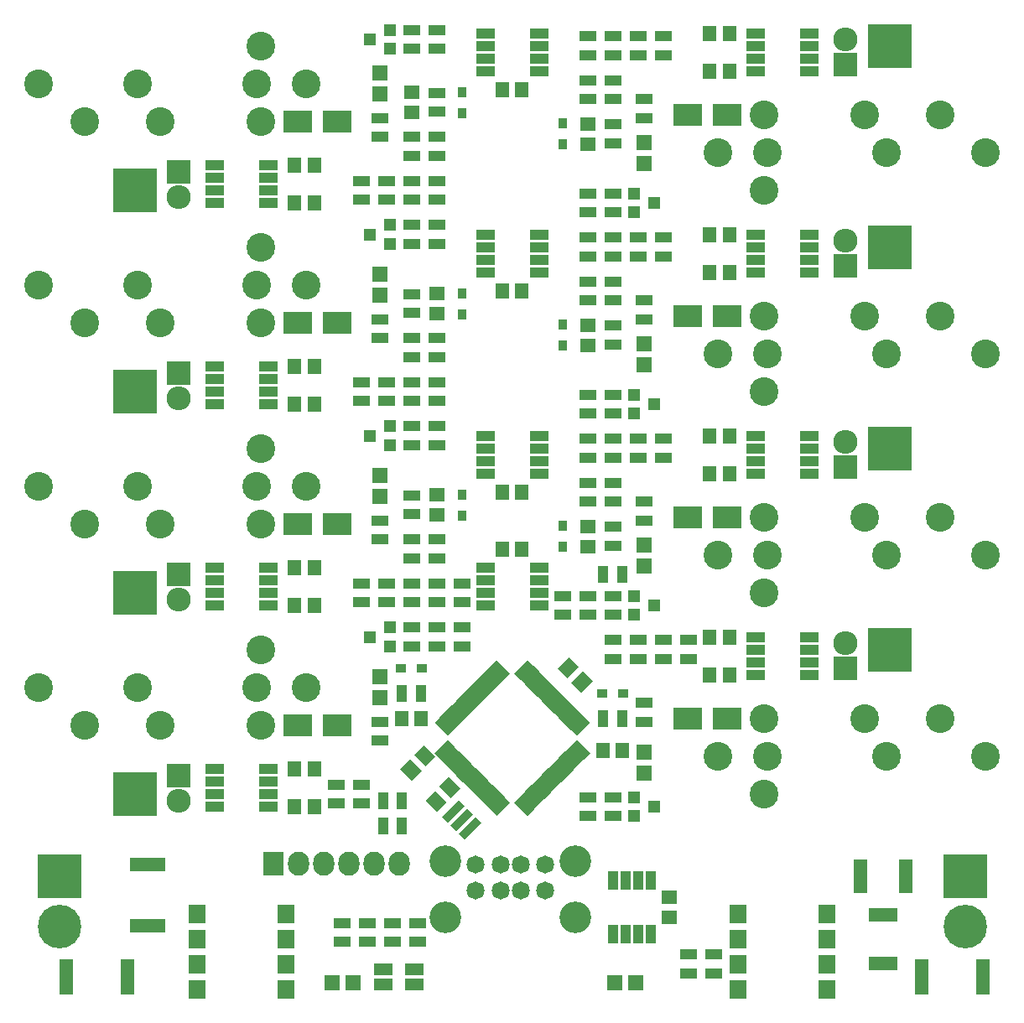
<source format=gts>
G04 #@! TF.FileFunction,Soldermask,Top*
%FSLAX46Y46*%
G04 Gerber Fmt 4.6, Leading zero omitted, Abs format (unit mm)*
G04 Created by KiCad (PCBNEW 4.0.4-stable) date 11/14/16 12:13:18*
%MOMM*%
%LPD*%
G01*
G04 APERTURE LIST*
%ADD10C,0.150000*%
%ADD11R,4.400000X4.400000*%
%ADD12C,4.400000*%
%ADD13R,1.400000X3.600000*%
%ADD14R,3.600000X1.400000*%
%ADD15R,1.900000X1.300000*%
%ADD16R,2.900000X1.400000*%
%ADD17R,1.400000X3.400000*%
%ADD18R,1.700000X1.900000*%
%ADD19R,2.127200X2.432000*%
%ADD20O,2.127200X2.432000*%
%ADD21R,2.432000X2.432000*%
%ADD22O,2.432000X2.432000*%
%ADD23C,1.820000*%
%ADD24C,3.200000*%
%ADD25R,1.100000X1.700000*%
%ADD26R,1.700000X1.100000*%
%ADD27R,2.899360X2.200860*%
%ADD28R,0.990000X0.850000*%
%ADD29R,0.850000X0.990000*%
%ADD30R,1.598880X1.598880*%
%ADD31R,1.650000X1.400000*%
%ADD32R,1.400000X1.650000*%
%ADD33R,1.950000X1.000000*%
%ADD34R,1.000000X1.950000*%
%ADD35R,1.200100X1.200100*%
%ADD36C,2.900000*%
G04 APERTURE END LIST*
D10*
D11*
X95885000Y13335000D03*
D12*
X95885000Y8255000D03*
D10*
G36*
X46216371Y19615685D02*
X44519315Y17918629D01*
X43953629Y18484315D01*
X45650685Y20181371D01*
X46216371Y19615685D01*
X46216371Y19615685D01*
G37*
G36*
X45367843Y20464213D02*
X43670787Y18767157D01*
X43105101Y19332843D01*
X44802157Y21029899D01*
X45367843Y20464213D01*
X45367843Y20464213D01*
G37*
G36*
X47064899Y18767157D02*
X45367843Y17070101D01*
X44802157Y17635787D01*
X46499213Y19332843D01*
X47064899Y18767157D01*
X47064899Y18767157D01*
G37*
D13*
X97715000Y3175000D03*
X91515000Y3175000D03*
X11355000Y3175000D03*
X5155000Y3175000D03*
D14*
X13335000Y8330000D03*
X13335000Y14530000D03*
D15*
X37185000Y3925000D03*
X37185000Y2425000D03*
X40285000Y2425000D03*
X40285000Y3925000D03*
D16*
X87630000Y4535000D03*
X87630000Y9435000D03*
D17*
X89930000Y13335000D03*
X85330000Y13335000D03*
D10*
G36*
X57359812Y29514709D02*
X58031563Y28842958D01*
X56688060Y27499455D01*
X56016309Y28171206D01*
X57359812Y29514709D01*
X57359812Y29514709D01*
G37*
G36*
X56794126Y30080394D02*
X57465877Y29408643D01*
X56122374Y28065140D01*
X55450623Y28736891D01*
X56794126Y30080394D01*
X56794126Y30080394D01*
G37*
G36*
X56228441Y30646079D02*
X56900192Y29974328D01*
X55556689Y28630825D01*
X54884938Y29302576D01*
X56228441Y30646079D01*
X56228441Y30646079D01*
G37*
G36*
X55662756Y31211765D02*
X56334507Y30540014D01*
X54991004Y29196511D01*
X54319253Y29868262D01*
X55662756Y31211765D01*
X55662756Y31211765D01*
G37*
G36*
X55097070Y31777450D02*
X55768821Y31105699D01*
X54425318Y29762196D01*
X53753567Y30433947D01*
X55097070Y31777450D01*
X55097070Y31777450D01*
G37*
G36*
X54531385Y32343136D02*
X55203136Y31671385D01*
X53859633Y30327882D01*
X53187882Y30999633D01*
X54531385Y32343136D01*
X54531385Y32343136D01*
G37*
G36*
X53965699Y32908821D02*
X54637450Y32237070D01*
X53293947Y30893567D01*
X52622196Y31565318D01*
X53965699Y32908821D01*
X53965699Y32908821D01*
G37*
G36*
X53400014Y33474507D02*
X54071765Y32802756D01*
X52728262Y31459253D01*
X52056511Y32131004D01*
X53400014Y33474507D01*
X53400014Y33474507D01*
G37*
G36*
X52834328Y34040192D02*
X53506079Y33368441D01*
X52162576Y32024938D01*
X51490825Y32696689D01*
X52834328Y34040192D01*
X52834328Y34040192D01*
G37*
G36*
X52268643Y34605877D02*
X52940394Y33934126D01*
X51596891Y32590623D01*
X50925140Y33262374D01*
X52268643Y34605877D01*
X52268643Y34605877D01*
G37*
G36*
X51702958Y35171563D02*
X52374709Y34499812D01*
X51031206Y33156309D01*
X50359455Y33828060D01*
X51702958Y35171563D01*
X51702958Y35171563D01*
G37*
G36*
X47955291Y34499812D02*
X48627042Y35171563D01*
X49970545Y33828060D01*
X49298794Y33156309D01*
X47955291Y34499812D01*
X47955291Y34499812D01*
G37*
G36*
X47389606Y33934126D02*
X48061357Y34605877D01*
X49404860Y33262374D01*
X48733109Y32590623D01*
X47389606Y33934126D01*
X47389606Y33934126D01*
G37*
G36*
X46823921Y33368441D02*
X47495672Y34040192D01*
X48839175Y32696689D01*
X48167424Y32024938D01*
X46823921Y33368441D01*
X46823921Y33368441D01*
G37*
G36*
X46258235Y32802756D02*
X46929986Y33474507D01*
X48273489Y32131004D01*
X47601738Y31459253D01*
X46258235Y32802756D01*
X46258235Y32802756D01*
G37*
G36*
X45692550Y32237070D02*
X46364301Y32908821D01*
X47707804Y31565318D01*
X47036053Y30893567D01*
X45692550Y32237070D01*
X45692550Y32237070D01*
G37*
G36*
X45126864Y31671385D02*
X45798615Y32343136D01*
X47142118Y30999633D01*
X46470367Y30327882D01*
X45126864Y31671385D01*
X45126864Y31671385D01*
G37*
G36*
X44561179Y31105699D02*
X45232930Y31777450D01*
X46576433Y30433947D01*
X45904682Y29762196D01*
X44561179Y31105699D01*
X44561179Y31105699D01*
G37*
G36*
X43995493Y30540014D02*
X44667244Y31211765D01*
X46010747Y29868262D01*
X45338996Y29196511D01*
X43995493Y30540014D01*
X43995493Y30540014D01*
G37*
G36*
X43429808Y29974328D02*
X44101559Y30646079D01*
X45445062Y29302576D01*
X44773311Y28630825D01*
X43429808Y29974328D01*
X43429808Y29974328D01*
G37*
G36*
X42864123Y29408643D02*
X43535874Y30080394D01*
X44879377Y28736891D01*
X44207626Y28065140D01*
X42864123Y29408643D01*
X42864123Y29408643D01*
G37*
G36*
X42298437Y28842958D02*
X42970188Y29514709D01*
X44313691Y28171206D01*
X43641940Y27499455D01*
X42298437Y28842958D01*
X42298437Y28842958D01*
G37*
G36*
X43641940Y27110545D02*
X44313691Y26438794D01*
X42970188Y25095291D01*
X42298437Y25767042D01*
X43641940Y27110545D01*
X43641940Y27110545D01*
G37*
G36*
X44207626Y26544860D02*
X44879377Y25873109D01*
X43535874Y24529606D01*
X42864123Y25201357D01*
X44207626Y26544860D01*
X44207626Y26544860D01*
G37*
G36*
X44773311Y25979175D02*
X45445062Y25307424D01*
X44101559Y23963921D01*
X43429808Y24635672D01*
X44773311Y25979175D01*
X44773311Y25979175D01*
G37*
G36*
X45338996Y25413489D02*
X46010747Y24741738D01*
X44667244Y23398235D01*
X43995493Y24069986D01*
X45338996Y25413489D01*
X45338996Y25413489D01*
G37*
G36*
X45904682Y24847804D02*
X46576433Y24176053D01*
X45232930Y22832550D01*
X44561179Y23504301D01*
X45904682Y24847804D01*
X45904682Y24847804D01*
G37*
G36*
X46470367Y24282118D02*
X47142118Y23610367D01*
X45798615Y22266864D01*
X45126864Y22938615D01*
X46470367Y24282118D01*
X46470367Y24282118D01*
G37*
G36*
X47036053Y23716433D02*
X47707804Y23044682D01*
X46364301Y21701179D01*
X45692550Y22372930D01*
X47036053Y23716433D01*
X47036053Y23716433D01*
G37*
G36*
X47601738Y23150747D02*
X48273489Y22478996D01*
X46929986Y21135493D01*
X46258235Y21807244D01*
X47601738Y23150747D01*
X47601738Y23150747D01*
G37*
G36*
X48167424Y22585062D02*
X48839175Y21913311D01*
X47495672Y20569808D01*
X46823921Y21241559D01*
X48167424Y22585062D01*
X48167424Y22585062D01*
G37*
G36*
X48733109Y22019377D02*
X49404860Y21347626D01*
X48061357Y20004123D01*
X47389606Y20675874D01*
X48733109Y22019377D01*
X48733109Y22019377D01*
G37*
G36*
X49298794Y21453691D02*
X49970545Y20781940D01*
X48627042Y19438437D01*
X47955291Y20110188D01*
X49298794Y21453691D01*
X49298794Y21453691D01*
G37*
G36*
X50359455Y20781940D02*
X51031206Y21453691D01*
X52374709Y20110188D01*
X51702958Y19438437D01*
X50359455Y20781940D01*
X50359455Y20781940D01*
G37*
G36*
X50925140Y21347626D02*
X51596891Y22019377D01*
X52940394Y20675874D01*
X52268643Y20004123D01*
X50925140Y21347626D01*
X50925140Y21347626D01*
G37*
G36*
X51490825Y21913311D02*
X52162576Y22585062D01*
X53506079Y21241559D01*
X52834328Y20569808D01*
X51490825Y21913311D01*
X51490825Y21913311D01*
G37*
G36*
X52056511Y22478996D02*
X52728262Y23150747D01*
X54071765Y21807244D01*
X53400014Y21135493D01*
X52056511Y22478996D01*
X52056511Y22478996D01*
G37*
G36*
X52622196Y23044682D02*
X53293947Y23716433D01*
X54637450Y22372930D01*
X53965699Y21701179D01*
X52622196Y23044682D01*
X52622196Y23044682D01*
G37*
G36*
X53187882Y23610367D02*
X53859633Y24282118D01*
X55203136Y22938615D01*
X54531385Y22266864D01*
X53187882Y23610367D01*
X53187882Y23610367D01*
G37*
G36*
X53753567Y24176053D02*
X54425318Y24847804D01*
X55768821Y23504301D01*
X55097070Y22832550D01*
X53753567Y24176053D01*
X53753567Y24176053D01*
G37*
G36*
X54319253Y24741738D02*
X54991004Y25413489D01*
X56334507Y24069986D01*
X55662756Y23398235D01*
X54319253Y24741738D01*
X54319253Y24741738D01*
G37*
G36*
X54884938Y25307424D02*
X55556689Y25979175D01*
X56900192Y24635672D01*
X56228441Y23963921D01*
X54884938Y25307424D01*
X54884938Y25307424D01*
G37*
G36*
X55450623Y25873109D02*
X56122374Y26544860D01*
X57465877Y25201357D01*
X56794126Y24529606D01*
X55450623Y25873109D01*
X55450623Y25873109D01*
G37*
G36*
X56016309Y26438794D02*
X56688060Y27110545D01*
X58031563Y25767042D01*
X57359812Y25095291D01*
X56016309Y26438794D01*
X56016309Y26438794D01*
G37*
D18*
X18360000Y6985000D03*
X18360000Y9525000D03*
X18360000Y1905000D03*
X18360000Y4445000D03*
X27360000Y1905000D03*
X27360000Y4445000D03*
X27360000Y6985000D03*
X27360000Y9525000D03*
X81970000Y4445000D03*
X81970000Y1905000D03*
X81970000Y9525000D03*
X81970000Y6985000D03*
X72970000Y9525000D03*
X72970000Y6985000D03*
X72970000Y4445000D03*
X72970000Y1905000D03*
D19*
X26035000Y14605000D03*
D20*
X28575000Y14605000D03*
X31115000Y14605000D03*
X33655000Y14605000D03*
X36195000Y14605000D03*
X38735000Y14605000D03*
D11*
X88265000Y97155000D03*
X12065000Y82550000D03*
X88265000Y76835000D03*
X12065000Y62230000D03*
X88265000Y56515000D03*
X12065000Y41910000D03*
X88265000Y36195000D03*
X12065000Y21590000D03*
D21*
X83820000Y95250000D03*
D22*
X83820000Y97790000D03*
D21*
X16510000Y84455000D03*
D22*
X16510000Y81915000D03*
D21*
X83820000Y74930000D03*
D22*
X83820000Y77470000D03*
D21*
X16510000Y64135000D03*
D22*
X16510000Y61595000D03*
D21*
X83820000Y54610000D03*
D22*
X83820000Y57150000D03*
D21*
X16510000Y43815000D03*
D22*
X16510000Y41275000D03*
D21*
X83820000Y34290000D03*
D22*
X83820000Y36830000D03*
D21*
X16510000Y23495000D03*
D22*
X16510000Y20955000D03*
D23*
X46500000Y14470005D03*
X49000000Y14470005D03*
X51000000Y14470005D03*
X53500000Y14470005D03*
X46500000Y11850005D03*
X49000000Y11850005D03*
X51000000Y11850005D03*
X53500000Y11850005D03*
D24*
X56570000Y9140005D03*
X56570000Y14820005D03*
X43430000Y14820005D03*
X43430000Y9140005D03*
D25*
X39050000Y18415000D03*
X37150000Y18415000D03*
D26*
X60325000Y35245000D03*
X60325000Y37145000D03*
X42545000Y42860000D03*
X42545000Y40960000D03*
X57785000Y55565000D03*
X57785000Y57465000D03*
X42545000Y63180000D03*
X42545000Y61280000D03*
X57785000Y75885000D03*
X57785000Y77785000D03*
X42545000Y83500000D03*
X42545000Y81600000D03*
X57785000Y96205000D03*
X57785000Y98105000D03*
D25*
X39050000Y20955000D03*
X37150000Y20955000D03*
D26*
X62865000Y35245000D03*
X62865000Y37145000D03*
X40005000Y42860000D03*
X40005000Y40960000D03*
X60325000Y55565000D03*
X60325000Y57465000D03*
X40005000Y63180000D03*
X40005000Y61280000D03*
X60325000Y75885000D03*
X60325000Y77785000D03*
X40005000Y83500000D03*
X40005000Y81600000D03*
X60325000Y96205000D03*
X60325000Y98105000D03*
X45085000Y42860000D03*
X45085000Y40960000D03*
X36830000Y26990000D03*
X36830000Y28890000D03*
X34925000Y22540000D03*
X34925000Y20640000D03*
X45085000Y38415000D03*
X45085000Y36515000D03*
X32385000Y22540000D03*
X32385000Y20640000D03*
X40005000Y36515000D03*
X40005000Y38415000D03*
X42545000Y38415000D03*
X42545000Y36515000D03*
X55245000Y39690000D03*
X55245000Y41590000D03*
X63500000Y30795000D03*
X63500000Y28895000D03*
X65405000Y35245000D03*
X65405000Y37145000D03*
X57785000Y41590000D03*
X57785000Y39690000D03*
X67945000Y35245000D03*
X67945000Y37145000D03*
X60325000Y21270000D03*
X60325000Y19370000D03*
X57785000Y19370000D03*
X57785000Y21270000D03*
X42545000Y45405000D03*
X42545000Y47305000D03*
X36830000Y47310000D03*
X36830000Y49210000D03*
X37465000Y42860000D03*
X37465000Y40960000D03*
X40005000Y47305000D03*
X40005000Y45405000D03*
X34925000Y42860000D03*
X34925000Y40960000D03*
X40005000Y56835000D03*
X40005000Y58735000D03*
X42545000Y58735000D03*
X42545000Y56835000D03*
X57785000Y53020000D03*
X57785000Y51120000D03*
X63500000Y51115000D03*
X63500000Y49215000D03*
X62865000Y55565000D03*
X62865000Y57465000D03*
X60325000Y51120000D03*
X60325000Y53020000D03*
X65405000Y55565000D03*
X65405000Y57465000D03*
X60325000Y41590000D03*
X60325000Y39690000D03*
D25*
X61275000Y43815000D03*
X59375000Y43815000D03*
D26*
X42545000Y65725000D03*
X42545000Y67625000D03*
X36830000Y67630000D03*
X36830000Y69530000D03*
X37465000Y63180000D03*
X37465000Y61280000D03*
X40005000Y67625000D03*
X40005000Y65725000D03*
X34925000Y63180000D03*
X34925000Y61280000D03*
X40005000Y77155000D03*
X40005000Y79055000D03*
X42545000Y79055000D03*
X42545000Y77155000D03*
X57785000Y73340000D03*
X57785000Y71440000D03*
X63500000Y71435000D03*
X63500000Y69535000D03*
X62865000Y75885000D03*
X62865000Y77785000D03*
X60325000Y71440000D03*
X60325000Y73340000D03*
X65405000Y75885000D03*
X65405000Y77785000D03*
X60325000Y61910000D03*
X60325000Y60010000D03*
X57785000Y61910000D03*
X57785000Y60010000D03*
X42545000Y86045000D03*
X42545000Y87945000D03*
X36830000Y87950000D03*
X36830000Y89850000D03*
X37465000Y83500000D03*
X37465000Y81600000D03*
X40005000Y87945000D03*
X40005000Y86045000D03*
X34925000Y83500000D03*
X34925000Y81600000D03*
X40005000Y96840000D03*
X40005000Y98740000D03*
X42545000Y98740000D03*
X42545000Y96840000D03*
X57785000Y93660000D03*
X57785000Y91760000D03*
X63500000Y91755000D03*
X63500000Y89855000D03*
X62865000Y96205000D03*
X62865000Y98105000D03*
X60325000Y91760000D03*
X60325000Y93660000D03*
X65405000Y96205000D03*
X65405000Y98105000D03*
X60325000Y82230000D03*
X60325000Y80330000D03*
X57785000Y82230000D03*
X57785000Y80330000D03*
X70485000Y5395000D03*
X70485000Y3495000D03*
X67945000Y3495000D03*
X67945000Y5395000D03*
X38100000Y6670000D03*
X38100000Y8570000D03*
X35560000Y6670000D03*
X35560000Y8570000D03*
X40640000Y6670000D03*
X40640000Y8570000D03*
X33020000Y8570000D03*
X33020000Y6670000D03*
X60325000Y87315000D03*
X60325000Y89215000D03*
X42545000Y90490000D03*
X42545000Y92390000D03*
X60325000Y66995000D03*
X60325000Y68895000D03*
X40005000Y70170000D03*
X40005000Y72070000D03*
X60325000Y46675000D03*
X60325000Y48575000D03*
X40005000Y49850000D03*
X40005000Y51750000D03*
D25*
X61275000Y29210000D03*
X59375000Y29210000D03*
X40955000Y31750000D03*
X39055000Y31750000D03*
D27*
X67851020Y90170000D03*
X71848980Y90170000D03*
X32478980Y28575000D03*
X28481020Y28575000D03*
X67851020Y29210000D03*
X71848980Y29210000D03*
X32478980Y48895000D03*
X28481020Y48895000D03*
X67851020Y49530000D03*
X71848980Y49530000D03*
X32478980Y69215000D03*
X28481020Y69215000D03*
X67851020Y69850000D03*
X71848980Y69850000D03*
X32478980Y89535000D03*
X28481020Y89535000D03*
D28*
X38950000Y34290000D03*
X41060000Y34290000D03*
X59270000Y31750000D03*
X61380000Y31750000D03*
D29*
X45085000Y51855000D03*
X45085000Y49745000D03*
X55245000Y48680000D03*
X55245000Y46570000D03*
X45085000Y72175000D03*
X45085000Y70065000D03*
X55245000Y69000000D03*
X55245000Y66890000D03*
X45085000Y92495000D03*
X45085000Y90385000D03*
X55245000Y89320000D03*
X55245000Y87210000D03*
D30*
X34069020Y2540000D03*
X31970980Y2540000D03*
X60545980Y2540000D03*
X62644020Y2540000D03*
X63500000Y85310980D03*
X63500000Y87409020D03*
X36830000Y94394020D03*
X36830000Y92295980D03*
X63500000Y64990980D03*
X63500000Y67089020D03*
X36830000Y74074020D03*
X36830000Y71975980D03*
X63500000Y44670980D03*
X63500000Y46769020D03*
X36830000Y53754020D03*
X36830000Y51655980D03*
X63500000Y23715980D03*
X63500000Y25814020D03*
X36830000Y33434020D03*
X36830000Y31335980D03*
D10*
G36*
X43798719Y23375445D02*
X44965445Y22208719D01*
X43975495Y21218769D01*
X42808769Y22385495D01*
X43798719Y23375445D01*
X43798719Y23375445D01*
G37*
G36*
X42384505Y21961231D02*
X43551231Y20794505D01*
X42561281Y19804555D01*
X41394555Y20971281D01*
X42384505Y21961231D01*
X42384505Y21961231D01*
G37*
G36*
X54729555Y34273719D02*
X55896281Y35440445D01*
X56886231Y34450495D01*
X55719505Y33283769D01*
X54729555Y34273719D01*
X54729555Y34273719D01*
G37*
G36*
X56143769Y32859505D02*
X57310495Y34026231D01*
X58300445Y33036281D01*
X57133719Y31869555D01*
X56143769Y32859505D01*
X56143769Y32859505D01*
G37*
G36*
X41258719Y26550445D02*
X42425445Y25383719D01*
X41435495Y24393769D01*
X40268769Y25560495D01*
X41258719Y26550445D01*
X41258719Y26550445D01*
G37*
G36*
X39844505Y25136231D02*
X41011231Y23969505D01*
X40021281Y22979555D01*
X38854555Y24146281D01*
X39844505Y25136231D01*
X39844505Y25136231D01*
G37*
D31*
X66040000Y9160000D03*
X66040000Y11160000D03*
D32*
X72120000Y98425000D03*
X70120000Y98425000D03*
D31*
X57785000Y87265000D03*
X57785000Y89265000D03*
D32*
X28210000Y81280000D03*
X30210000Y81280000D03*
D31*
X40005000Y90440000D03*
X40005000Y92440000D03*
D32*
X72120000Y78105000D03*
X70120000Y78105000D03*
D31*
X57785000Y66945000D03*
X57785000Y68945000D03*
D32*
X28210000Y60960000D03*
X30210000Y60960000D03*
D31*
X42545000Y70120000D03*
X42545000Y72120000D03*
D32*
X72120000Y57785000D03*
X70120000Y57785000D03*
D31*
X57785000Y46625000D03*
X57785000Y48625000D03*
D32*
X28210000Y40640000D03*
X30210000Y40640000D03*
D31*
X42545000Y49800000D03*
X42545000Y51800000D03*
D32*
X72120000Y37465000D03*
X70120000Y37465000D03*
X61325000Y26035000D03*
X59325000Y26035000D03*
X28210000Y20320000D03*
X30210000Y20320000D03*
X41005000Y29210000D03*
X39005000Y29210000D03*
X72120000Y94615000D03*
X70120000Y94615000D03*
X49165000Y92710000D03*
X51165000Y92710000D03*
X28210000Y85090000D03*
X30210000Y85090000D03*
X72120000Y74295000D03*
X70120000Y74295000D03*
X49165000Y72390000D03*
X51165000Y72390000D03*
X28210000Y64770000D03*
X30210000Y64770000D03*
X72120000Y53975000D03*
X70120000Y53975000D03*
X49165000Y52070000D03*
X51165000Y52070000D03*
X28210000Y44450000D03*
X30210000Y44450000D03*
X72120000Y33655000D03*
X70120000Y33655000D03*
X49165000Y46355000D03*
X51165000Y46355000D03*
X28210000Y24130000D03*
X30210000Y24130000D03*
D33*
X20160000Y24130000D03*
X20160000Y22860000D03*
X20160000Y21590000D03*
X20160000Y20320000D03*
X25560000Y20320000D03*
X25560000Y21590000D03*
X25560000Y22860000D03*
X25560000Y24130000D03*
X52865000Y40640000D03*
X52865000Y41910000D03*
X52865000Y43180000D03*
X52865000Y44450000D03*
X47465000Y44450000D03*
X47465000Y43180000D03*
X47465000Y41910000D03*
X47465000Y40640000D03*
X80170000Y33655000D03*
X80170000Y34925000D03*
X80170000Y36195000D03*
X80170000Y37465000D03*
X74770000Y37465000D03*
X74770000Y36195000D03*
X74770000Y34925000D03*
X74770000Y33655000D03*
X20160000Y44450000D03*
X20160000Y43180000D03*
X20160000Y41910000D03*
X20160000Y40640000D03*
X25560000Y40640000D03*
X25560000Y41910000D03*
X25560000Y43180000D03*
X25560000Y44450000D03*
X52865000Y53975000D03*
X52865000Y55245000D03*
X52865000Y56515000D03*
X52865000Y57785000D03*
X47465000Y57785000D03*
X47465000Y56515000D03*
X47465000Y55245000D03*
X47465000Y53975000D03*
X80170000Y53975000D03*
X80170000Y55245000D03*
X80170000Y56515000D03*
X80170000Y57785000D03*
X74770000Y57785000D03*
X74770000Y56515000D03*
X74770000Y55245000D03*
X74770000Y53975000D03*
X20160000Y64770000D03*
X20160000Y63500000D03*
X20160000Y62230000D03*
X20160000Y60960000D03*
X25560000Y60960000D03*
X25560000Y62230000D03*
X25560000Y63500000D03*
X25560000Y64770000D03*
X52865000Y74295000D03*
X52865000Y75565000D03*
X52865000Y76835000D03*
X52865000Y78105000D03*
X47465000Y78105000D03*
X47465000Y76835000D03*
X47465000Y75565000D03*
X47465000Y74295000D03*
X80170000Y74295000D03*
X80170000Y75565000D03*
X80170000Y76835000D03*
X80170000Y78105000D03*
X74770000Y78105000D03*
X74770000Y76835000D03*
X74770000Y75565000D03*
X74770000Y74295000D03*
X20160000Y85090000D03*
X20160000Y83820000D03*
X20160000Y82550000D03*
X20160000Y81280000D03*
X25560000Y81280000D03*
X25560000Y82550000D03*
X25560000Y83820000D03*
X25560000Y85090000D03*
X52865000Y94615000D03*
X52865000Y95885000D03*
X52865000Y97155000D03*
X52865000Y98425000D03*
X47465000Y98425000D03*
X47465000Y97155000D03*
X47465000Y95885000D03*
X47465000Y94615000D03*
X80170000Y94615000D03*
X80170000Y95885000D03*
X80170000Y97155000D03*
X80170000Y98425000D03*
X74770000Y98425000D03*
X74770000Y97155000D03*
X74770000Y95885000D03*
X74770000Y94615000D03*
D34*
X64135000Y12860000D03*
X62865000Y12860000D03*
X61595000Y12860000D03*
X60325000Y12860000D03*
X60325000Y7460000D03*
X61595000Y7460000D03*
X62865000Y7460000D03*
X64135000Y7460000D03*
D35*
X37830760Y36515000D03*
X37830760Y38415000D03*
X35831780Y37465000D03*
X62499240Y21270000D03*
X62499240Y19370000D03*
X64498220Y20320000D03*
X37830760Y56835000D03*
X37830760Y58735000D03*
X35831780Y57785000D03*
X62499240Y41590000D03*
X62499240Y39690000D03*
X64498220Y40640000D03*
X37830760Y77155000D03*
X37830760Y79055000D03*
X35831780Y78105000D03*
X62499240Y61910000D03*
X62499240Y60010000D03*
X64498220Y60960000D03*
X37830760Y96840000D03*
X37830760Y98740000D03*
X35831780Y97790000D03*
X62499240Y82230000D03*
X62499240Y80330000D03*
X64498220Y81280000D03*
D36*
X75565000Y90170000D03*
X75565000Y82550000D03*
X85725000Y90170000D03*
X93345000Y90170000D03*
X97955000Y86360000D03*
X87955000Y86360000D03*
X75955000Y86360000D03*
X70955000Y86360000D03*
X24765000Y89535000D03*
X24765000Y97155000D03*
X14605000Y89535000D03*
X6985000Y89535000D03*
X2375000Y93345000D03*
X12375000Y93345000D03*
X24375000Y93345000D03*
X29375000Y93345000D03*
X75565000Y69850000D03*
X75565000Y62230000D03*
X85725000Y69850000D03*
X93345000Y69850000D03*
X97955000Y66040000D03*
X87955000Y66040000D03*
X75955000Y66040000D03*
X70955000Y66040000D03*
X24765000Y69215000D03*
X24765000Y76835000D03*
X14605000Y69215000D03*
X6985000Y69215000D03*
X2375000Y73025000D03*
X12375000Y73025000D03*
X24375000Y73025000D03*
X29375000Y73025000D03*
X75565000Y49530000D03*
X75565000Y41910000D03*
X85725000Y49530000D03*
X93345000Y49530000D03*
X97955000Y45720000D03*
X87955000Y45720000D03*
X75955000Y45720000D03*
X70955000Y45720000D03*
X24765000Y48895000D03*
X24765000Y56515000D03*
X14605000Y48895000D03*
X6985000Y48895000D03*
X2375000Y52705000D03*
X12375000Y52705000D03*
X24375000Y52705000D03*
X29375000Y52705000D03*
X75565000Y29210000D03*
X75565000Y21590000D03*
X85725000Y29210000D03*
X93345000Y29210000D03*
X97955000Y25400000D03*
X87955000Y25400000D03*
X75955000Y25400000D03*
X70955000Y25400000D03*
X24765000Y28575000D03*
X24765000Y36195000D03*
X14605000Y28575000D03*
X6985000Y28575000D03*
X2375000Y32385000D03*
X12375000Y32385000D03*
X24375000Y32385000D03*
X29375000Y32385000D03*
D11*
X4445000Y13335000D03*
D12*
X4445000Y8255000D03*
M02*

</source>
